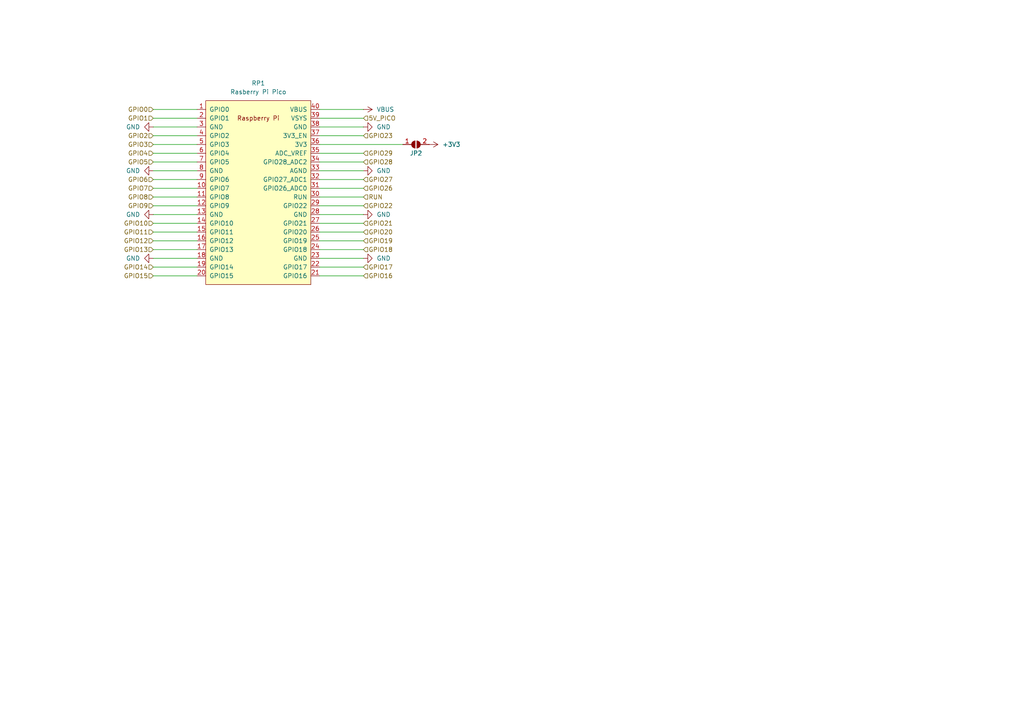
<source format=kicad_sch>
(kicad_sch (version 20231120) (generator "eeschema") (generator_version "8.0")
  (paper "A4")
  (title_block (title "TurboFRANK") (date "2025-02-02") (rev "1.01") (company "Mikhail Matveev") (comment 1 "https://github.com/xtremespb/frank"))
  (lib_symbols
    (symbol "FRANK:Pico" (pin_names (offset 1.016))
      (property "Reference" "RP1" (at 0 31.75 0))
      (property "Value" "Pico 2" (at 0 29.21 0))
      (symbol "Pico_0_0"
        (text "Raspberry Pi" (at 0 21.59 0) (effects (font (size 1.27 1.27))))
      )
      (symbol "Pico_0_1"
        (rectangle (start -15.24 26.67) (end 15.24 -26.67) (fill (type background)))
      )
      (symbol "Pico_1_1"
        (pin bidirectional line (at -17.78 24.13 0) (length 2.54) (name "GPIO0") (number "1"))
        (pin bidirectional line (at -17.78 1.27 0) (length 2.54) (name "GPIO7") (number "10"))
        (pin bidirectional line (at -17.78 -1.27 0) (length 2.54) (name "GPIO8") (number "11"))
        (pin bidirectional line (at -17.78 -3.81 0) (length 2.54) (name "GPIO9") (number "12"))
        (pin power_in line (at -17.78 -6.35 0) (length 2.54) (name "GND") (number "13"))
        (pin bidirectional line (at -17.78 -8.89 0) (length 2.54) (name "GPIO10") (number "14"))
        (pin bidirectional line (at -17.78 -11.43 0) (length 2.54) (name "GPIO11") (number "15"))
        (pin bidirectional line (at -17.78 -13.97 0) (length 2.54) (name "GPIO12") (number "16"))
        (pin bidirectional line (at -17.78 -16.51 0) (length 2.54) (name "GPIO13") (number "17"))
        (pin power_in line (at -17.78 -19.05 0) (length 2.54) (name "GND") (number "18"))
        (pin bidirectional line (at -17.78 -21.59 0) (length 2.54) (name "GPIO14") (number "19"))
        (pin bidirectional line (at -17.78 21.59 0) (length 2.54) (name "GPIO1") (number "2"))
        (pin bidirectional line (at -17.78 -24.13 0) (length 2.54) (name "GPIO15") (number "20"))
        (pin bidirectional line (at 17.78 -24.13 180) (length 2.54) (name "GPIO16") (number "21"))
        (pin bidirectional line (at 17.78 -21.59 180) (length 2.54) (name "GPIO17") (number "22"))
        (pin power_in line (at 17.78 -19.05 180) (length 2.54) (name "GND") (number "23"))
        (pin bidirectional line (at 17.78 -16.51 180) (length 2.54) (name "GPIO18") (number "24"))
        (pin bidirectional line (at 17.78 -13.97 180) (length 2.54) (name "GPIO19") (number "25"))
        (pin bidirectional line (at 17.78 -11.43 180) (length 2.54) (name "GPIO20") (number "26"))
        (pin bidirectional line (at 17.78 -8.89 180) (length 2.54) (name "GPIO21") (number "27"))
        (pin power_in line (at 17.78 -6.35 180) (length 2.54) (name "GND") (number "28"))
        (pin bidirectional line (at 17.78 -3.81 180) (length 2.54) (name "GPIO22") (number "29"))
        (pin power_in line (at -17.78 19.05 0) (length 2.54) (name "GND") (number "3"))
        (pin input line (at 17.78 -1.27 180) (length 2.54) (name "RUN") (number "30"))
        (pin bidirectional line (at 17.78 1.27 180) (length 2.54) (name "GPIO26_ADC0") (number "31"))
        (pin bidirectional line (at 17.78 3.81 180) (length 2.54) (name "GPIO27_ADC1") (number "32"))
        (pin power_in line (at 17.78 6.35 180) (length 2.54) (name "AGND") (number "33"))
        (pin bidirectional line (at 17.78 8.89 180) (length 2.54) (name "GPIO28_ADC2") (number "34"))
        (pin unspecified line (at 17.78 11.43 180) (length 2.54) (name "ADC_VREF") (number "35"))
        (pin output line (at 17.78 13.97 180) (length 2.54) (name "3V3") (number "36"))
        (pin input line (at 17.78 16.51 180) (length 2.54) (name "3V3_EN") (number "37"))
        (pin bidirectional line (at 17.78 19.05 180) (length 2.54) (name "GND") (number "38"))
        (pin input line (at 17.78 21.59 180) (length 2.54) (name "VSYS") (number "39"))
        (pin bidirectional line (at -17.78 16.51 0) (length 2.54) (name "GPIO2") (number "4"))
        (pin output line (at 17.78 24.13 180) (length 2.54) (name "VBUS") (number "40"))
        (pin bidirectional line (at -17.78 13.97 0) (length 2.54) (name "GPIO3") (number "5"))
        (pin bidirectional line (at -17.78 11.43 0) (length 2.54) (name "GPIO4") (number "6"))
        (pin bidirectional line (at -17.78 8.89 0) (length 2.54) (name "GPIO5") (number "7"))
        (pin power_in line (at -17.78 6.35 0) (length 2.54) (name "GND") (number "8"))
        (pin bidirectional line (at -17.78 3.81 0) (length 2.54) (name "GPIO6") (number "9"))
      )
    )
    (symbol "Jumper:SolderJumper_2_Open" (pin_names (offset 0) hide)
      (property "Reference" "JP" (at 0 2.032 0))
      (property "Value" "SolderJumper_2_Open" (at 0 -2.54 0))
      (symbol "SolderJumper_2_Open_0_1"
        (arc (start -0.254 1.016) (mid -1.2655 0) (end -0.254 -1.016))
        (arc (start -0.254 1.016) (mid -1.2655 0) (end -0.254 -1.016) (fill (type outline)))
        (polyline (pts (xy -0.254 1.016) (xy -0.254 -1.016)))
        (polyline (pts (xy 0.254 1.016) (xy 0.254 -1.016)))
        (arc (start 0.254 -1.016) (mid 1.2655 0) (end 0.254 1.016))
        (arc (start 0.254 -1.016) (mid 1.2655 0) (end 0.254 1.016) (fill (type outline)))
      )
      (symbol "SolderJumper_2_Open_1_1"
        (pin passive line (at -3.81 0 0) (length 2.54) (name "A") (number "1"))
        (pin passive line (at 3.81 0 180) (length 2.54) (name "B") (number "2"))
      )
    )
    (symbol "power:+3V3" (power) (pin_numbers hide) (pin_names (offset 0) hide)
      (property "Value" "+3V3" (at 0 3.556 0))
      (symbol "+3V3_0_1"
        (polyline (pts (xy -0.762 1.27) (xy 0 2.54)))
        (polyline (pts (xy 0 0) (xy 0 2.54)))
        (polyline (pts (xy 0 2.54) (xy 0.762 1.27)))
      )
      (symbol "+3V3_1_1"
        (pin power_in line (at 0 0 90) (length 0) (name "~") (number "1"))
      )
    )
    (symbol "power:GND" (power) (pin_numbers hide) (pin_names (offset 0) hide)
      (property "Value" "GND" (at 0 -3.81 0))
      (symbol "GND_0_1"
        (polyline (pts (xy 0 0) (xy 0 -1.27) (xy 1.27 -1.27) (xy 0 -2.54) (xy -1.27 -1.27) (xy 0 -1.27)))
      )
      (symbol "GND_1_1"
        (pin power_in line (at 0 0 270) (length 0) (name "~") (number "1"))
      )
    )
    (symbol "power:VBUS" (power) (pin_numbers hide) (pin_names (offset 0) hide)
      (property "Value" "VBUS" (at 0 3.556 0))
      (symbol "VBUS_0_1"
        (polyline (pts (xy -0.762 1.27) (xy 0 2.54)))
        (polyline (pts (xy 0 0) (xy 0 2.54)))
        (polyline (pts (xy 0 2.54) (xy 0.762 1.27)))
      )
      (symbol "VBUS_1_1"
        (pin power_in line (at 0 0 90) (length 0) (name "~") (number "1"))
      )
    )
  )
  (wire (pts (xy 92.71 52.07) (xy 105.41 52.07)))
  (wire (pts (xy 92.71 77.47) (xy 105.41 77.47)))
  (wire (pts (xy 92.71 80.01) (xy 105.41 80.01)))
  (wire (pts (xy 44.45 52.07) (xy 57.15 52.07)))
  (wire (pts (xy 44.45 44.45) (xy 57.15 44.45)))
  (wire (pts (xy 92.71 44.45) (xy 105.41 44.45)))
  (wire (pts (xy 92.71 67.31) (xy 105.41 67.31)))
  (wire (pts (xy 44.45 77.47) (xy 57.15 77.47)))
  (wire (pts (xy 44.45 49.53) (xy 57.15 49.53)))
  (wire (pts (xy 92.71 39.37) (xy 105.41 39.37)))
  (wire (pts (xy 92.71 62.23) (xy 105.41 62.23)))
  (wire (pts (xy 92.71 41.91) (xy 116.84 41.91)))
  (wire (pts (xy 92.71 31.75) (xy 105.41 31.75)))
  (wire (pts (xy 44.45 67.31) (xy 57.15 67.31)))
  (wire (pts (xy 44.45 69.85) (xy 57.15 69.85)))
  (wire (pts (xy 44.45 59.69) (xy 57.15 59.69)))
  (wire (pts (xy 92.71 49.53) (xy 105.41 49.53)))
  (wire (pts (xy 92.71 54.61) (xy 105.41 54.61)))
  (wire (pts (xy 92.71 36.83) (xy 105.41 36.83)))
  (wire (pts (xy 44.45 74.93) (xy 57.15 74.93)))
  (wire (pts (xy 44.45 31.75) (xy 57.15 31.75)))
  (wire (pts (xy 44.45 72.39) (xy 57.15 72.39)))
  (wire (pts (xy 44.45 62.23) (xy 57.15 62.23)))
  (wire (pts (xy 44.45 57.15) (xy 57.15 57.15)))
  (wire (pts (xy 44.45 36.83) (xy 57.15 36.83)))
  (wire (pts (xy 44.45 64.77) (xy 57.15 64.77)))
  (wire (pts (xy 44.45 54.61) (xy 57.15 54.61)))
  (wire (pts (xy 44.45 80.01) (xy 57.15 80.01)))
  (wire (pts (xy 92.71 69.85) (xy 105.41 69.85)))
  (wire (pts (xy 44.45 41.91) (xy 57.15 41.91)))
  (wire (pts (xy 92.71 74.93) (xy 105.41 74.93)))
  (wire (pts (xy 92.71 72.39) (xy 105.41 72.39)))
  (wire (pts (xy 92.71 59.69) (xy 105.41 59.69)))
  (wire (pts (xy 44.45 46.99) (xy 57.15 46.99)))
  (wire (pts (xy 44.45 39.37) (xy 57.15 39.37)))
  (wire (pts (xy 92.71 34.29) (xy 105.41 34.29)))
  (wire (pts (xy 44.45 34.29) (xy 57.15 34.29)))
  (wire (pts (xy 92.71 57.15) (xy 105.41 57.15)))
  (wire (pts (xy 92.71 46.99) (xy 105.41 46.99)))
  (wire (pts (xy 92.71 64.77) (xy 105.41 64.77)))
  (hierarchical_label "GPIO19" (shape input) (at 105.41 69.85 0))
  (hierarchical_label "GPIO22" (shape input) (at 105.41 59.69 0))
  (hierarchical_label "GPIO8" (shape input) (at 44.45 57.15 180))
  (hierarchical_label "GPIO14" (shape input) (at 44.45 77.47 180))
  (hierarchical_label "GPIO16" (shape input) (at 105.41 80.01 0))
  (hierarchical_label "5V_PICO" (shape input) (at 105.41 34.29 0))
  (hierarchical_label "GPIO2" (shape input) (at 44.45 39.37 180))
  (hierarchical_label "GPIO13" (shape input) (at 44.45 72.39 180))
  (hierarchical_label "GPIO29" (shape input) (at 105.41 44.45 0))
  (hierarchical_label "GPIO28" (shape input) (at 105.41 46.99 0))
  (hierarchical_label "GPIO26" (shape input) (at 105.41 54.61 0))
  (hierarchical_label "GPIO17" (shape input) (at 105.41 77.47 0))
  (hierarchical_label "GPIO12" (shape input) (at 44.45 69.85 180))
  (hierarchical_label "GPIO10" (shape input) (at 44.45 64.77 180))
  (hierarchical_label "GPIO1" (shape input) (at 44.45 34.29 180))
  (hierarchical_label "GPIO4" (shape input) (at 44.45 44.45 180))
  (hierarchical_label "GPIO21" (shape input) (at 105.41 64.77 0))
  (hierarchical_label "GPIO11" (shape input) (at 44.45 67.31 180))
  (hierarchical_label "GPIO6" (shape input) (at 44.45 52.07 180))
  (hierarchical_label "GPIO27" (shape input) (at 105.41 52.07 0))
  (hierarchical_label "GPIO0" (shape input) (at 44.45 31.75 180))
  (hierarchical_label "GPIO3" (shape input) (at 44.45 41.91 180))
  (hierarchical_label "GPIO7" (shape input) (at 44.45 54.61 180))
  (hierarchical_label "GPIO23" (shape input) (at 105.41 39.37 0))
  (hierarchical_label "GPIO20" (shape input) (at 105.41 67.31 0))
  (hierarchical_label "GPIO9" (shape input) (at 44.45 59.69 180))
  (hierarchical_label "GPIO5" (shape input) (at 44.45 46.99 180))
  (hierarchical_label "RUN" (shape input) (at 105.41 57.15 0))
  (hierarchical_label "GPIO15" (shape input) (at 44.45 80.01 180))
  (hierarchical_label "GPIO18" (shape input) (at 105.41 72.39 0))
  (symbol (lib_id "power:+3V3") (at 124.46 41.91 270) (unit 1)
    (property "Reference" "#PWR090" (effects (hide yes)))
    (property "Value" "+3V3" (at 128.27 41.9099 90) (effects (justify left)))
    (property "Description" "Power symbol creates a global label with name \"+3V3\"" (effects (hide yes)))
  )
  (symbol (lib_id "power:GND") (at 44.45 74.93 270) (unit 1)
    (property "Reference" "#PWR046" (effects (hide yes)))
    (property "Value" "GND" (at 40.64 74.9299 90) (effects (justify right)))
    (property "Description" "Power symbol creates a global label with name \"GND\" , ground" (effects (hide yes)))
    (instances (project "38NJU24" (path "" (reference "#PWR046") (unit 1))) (project "38NJU24" (path "" (reference "#PWR095") (unit 1))))
  )
  (symbol (lib_id "power:GND") (at 44.45 49.53 270) (unit 1)
    (property "Reference" "#PWR042" (effects (hide yes)))
    (property "Value" "GND" (at 40.64 49.5299 90) (effects (justify right)))
    (property "Description" "Power symbol creates a global label with name \"GND\" , ground" (effects (hide yes)))
    (instances (project "38NJU24" (path "" (reference "#PWR042") (unit 1))) (project "38NJU24" (path "" (reference "#PWR091") (unit 1))))
  )
  (symbol (lib_id "power:GND") (at 105.41 49.53 90) (unit 1)
    (property "Reference" "#PWR043" (effects (hide yes)))
    (property "Value" "GND" (at 109.22 49.5299 90) (effects (justify right)))
    (property "Description" "Power symbol creates a global label with name \"GND\" , ground" (effects (hide yes)))
    (instances (project "38NJU24" (path "" (reference "#PWR043") (unit 1))) (project "38NJU24" (path "" (reference "#PWR092") (unit 1))))
  )
  (symbol (lib_id "FRANK:Pico") (at 74.93 55.88 0) (unit 1)
    (property "Reference" "RP1" (at 74.93 24.13 0))
    (property "Value" "Rasberry Pi Pico" (at 74.93 26.67 0))
    (property "Footprint" "FRANK:Raspberry Pi Pico" (effects (hide yes)))
    (property "Datasheet" "https://files.waveshare.com/upload/f/fd/Rp2040_datasheet.pdf" (effects (hide yes)))
    (property "AliExpress" "https://www.aliexpress.com/item/1005004096147070.html" (effects (hide yes)))
  )
  (symbol (lib_id "power:GND") (at 105.41 36.83 90) (unit 1)
    (property "Reference" "#PWR041" (effects (hide yes)))
    (property "Value" "GND" (at 109.22 36.8299 90) (effects (justify right)))
    (property "Description" "Power symbol creates a global label with name \"GND\" , ground" (effects (hide yes)))
    (instances (project "38NJU24" (path "" (reference "#PWR041") (unit 1))) (project "38NJU24" (path "" (reference "#PWR089") (unit 1))))
  )
  (symbol (lib_id "power:GND") (at 105.41 74.93 90) (unit 1)
    (property "Reference" "#PWR047" (effects (hide yes)))
    (property "Value" "GND" (at 109.22 74.9299 90) (effects (justify right)))
    (property "Description" "Power symbol creates a global label with name \"GND\" , ground" (effects (hide yes)))
    (instances (project "38NJU24" (path "" (reference "#PWR047") (unit 1))) (project "38NJU24" (path "" (reference "#PWR096") (unit 1))))
  )
  (symbol (lib_id "power:GND") (at 44.45 36.83 270) (unit 1)
    (property "Reference" "#PWR040" (effects (hide yes)))
    (property "Value" "GND" (at 40.64 36.8299 90) (effects (justify right)))
    (property "Description" "Power symbol creates a global label with name \"GND\" , ground" (effects (hide yes)))
    (instances (project "38NJU24" (path "" (reference "#PWR040") (unit 1))) (project "38NJU24" (path "" (reference "#PWR088") (unit 1))))
  )
  (symbol (lib_id "power:VBUS") (at 105.41 31.75 270) (unit 1)
    (property "Reference" "#PWR039" (effects (hide yes)))
    (property "Value" "VBUS" (at 109.22 31.7499 90) (effects (justify left)))
    (property "Description" "Power symbol creates a global label with name \"VBUS\"" (effects (hide yes)))
    (instances (project "38NJU24" (path "" (reference "#PWR039") (unit 1))) (project "38NJU24" (path "" (reference "#PWR087") (unit 1))))
  )
  (symbol (lib_id "Jumper:SolderJumper_2_Open") (at 120.65 41.91 0) (unit 1)
    (property "Reference" "JP2" (at 120.65 44.45 0))
    (property "Value" "Jumper (Solder)" (effects (hide yes)))
    (property "Footprint" "FRANK:Jumper (solder)" (effects (hide yes)))
    (property "Datasheet" "https://cdn-shop.adafruit.com/product-files/4677/4677_esp-psram64_esp-psram64h_datasheet_en.pdf" (effects (hide yes)))
    (property "AliExpress" "https://www.aliexpress.com/item/1005006454399822.html" (effects (hide yes)))
  )
  (symbol (lib_id "power:GND") (at 44.45 62.23 270) (unit 1)
    (property "Reference" "#PWR044" (effects (hide yes)))
    (property "Value" "GND" (at 40.64 62.2299 90) (effects (justify right)))
    (property "Description" "Power symbol creates a global label with name \"GND\" , ground" (effects (hide yes)))
    (instances (project "38NJU24" (path "" (reference "#PWR044") (unit 1))) (project "38NJU24" (path "" (reference "#PWR093") (unit 1))))
  )
  (symbol (lib_id "power:GND") (at 105.41 62.23 90) (unit 1)
    (property "Reference" "#PWR045" (effects (hide yes)))
    (property "Value" "GND" (at 109.22 62.2299 90) (effects (justify right)))
    (property "Description" "Power symbol creates a global label with name \"GND\" , ground" (effects (hide yes)))
    (instances (project "38NJU24" (path "" (reference "#PWR045") (unit 1))) (project "38NJU24" (path "" (reference "#PWR094") (unit 1))))
  )
)
</source>
